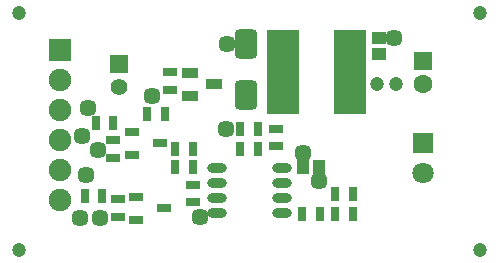
<source format=gts>
G04*
G04 #@! TF.GenerationSoftware,Altium Limited,Altium Designer,18.1.1 (9)*
G04*
G04 Layer_Color=8388736*
%FSLAX42Y42*%
%MOMM*%
G71*
G01*
G75*
%ADD10R,1.40X0.90*%
%ADD11R,1.20X0.80*%
%ADD12R,2.80X7.20*%
%ADD13R,1.15X0.80*%
%ADD14R,1.20X1.00*%
%ADD15R,0.80X1.15*%
G04:AMPARAMS|DCode=16|XSize=2.47mm|YSize=1.85mm|CornerRadius=0.35mm|HoleSize=0mm|Usage=FLASHONLY|Rotation=90.000|XOffset=0mm|YOffset=0mm|HoleType=Round|Shape=RoundedRectangle|*
%AMROUNDEDRECTD16*
21,1,2.47,1.16,0,0,90.0*
21,1,1.78,1.85,0,0,90.0*
1,1,0.70,0.58,0.89*
1,1,0.70,0.58,-0.89*
1,1,0.70,-0.58,-0.89*
1,1,0.70,-0.58,0.89*
%
%ADD16ROUNDEDRECTD16*%
%ADD17R,1.00X1.20*%
%ADD18O,1.65X0.80*%
%ADD19C,1.20*%
%ADD20C,1.40*%
%ADD21R,1.60X1.60*%
%ADD22C,1.60*%
%ADD23C,1.80*%
%ADD24R,1.80X1.80*%
%ADD25R,1.90X1.90*%
%ADD26C,1.90*%
%ADD27C,1.20*%
%ADD28C,1.45*%
D10*
X1348Y1395D02*
D03*
Y1205D02*
D03*
X1552Y1300D02*
D03*
D11*
X1130Y250D02*
D03*
X890Y155D02*
D03*
Y345D02*
D03*
X1095Y800D02*
D03*
X855Y705D02*
D03*
Y895D02*
D03*
D12*
X2700Y1400D02*
D03*
X2138D02*
D03*
D13*
X1175D02*
D03*
Y1250D02*
D03*
X700Y825D02*
D03*
Y675D02*
D03*
X1375Y300D02*
D03*
Y450D02*
D03*
X2075Y775D02*
D03*
Y925D02*
D03*
X740Y175D02*
D03*
Y325D02*
D03*
D14*
X2950Y1692D02*
D03*
Y1557D02*
D03*
D15*
X1135Y1050D02*
D03*
X985D02*
D03*
X700Y975D02*
D03*
X550D02*
D03*
X1375Y600D02*
D03*
X1225D02*
D03*
X2300Y200D02*
D03*
X2450D02*
D03*
X1925Y750D02*
D03*
X1775D02*
D03*
X1225D02*
D03*
X1375D02*
D03*
X1925Y925D02*
D03*
X1775D02*
D03*
X2725Y200D02*
D03*
X2575D02*
D03*
X2725Y375D02*
D03*
X2575D02*
D03*
X605Y350D02*
D03*
X455D02*
D03*
D16*
X1825Y1642D02*
D03*
Y1209D02*
D03*
D17*
X2308Y600D02*
D03*
X2442D02*
D03*
D18*
X2123Y210D02*
D03*
Y337D02*
D03*
Y464D02*
D03*
Y591D02*
D03*
X1577Y210D02*
D03*
Y337D02*
D03*
Y464D02*
D03*
Y591D02*
D03*
D19*
X3800Y-100D02*
D03*
Y1900D02*
D03*
X-100D02*
D03*
Y-100D02*
D03*
D20*
X750Y1275D02*
D03*
D21*
Y1475D02*
D03*
X3325Y1500D02*
D03*
D22*
Y1300D02*
D03*
D23*
Y550D02*
D03*
D24*
Y804D02*
D03*
D25*
X250Y1587D02*
D03*
D26*
Y1333D02*
D03*
Y1079D02*
D03*
Y825D02*
D03*
Y571D02*
D03*
Y317D02*
D03*
D27*
X3090Y1300D02*
D03*
X2930D02*
D03*
D28*
X590Y170D02*
D03*
X470Y530D02*
D03*
X420Y170D02*
D03*
X430Y860D02*
D03*
X483Y1100D02*
D03*
X1030Y1205D02*
D03*
X570Y740D02*
D03*
X1430Y180D02*
D03*
X3075Y1692D02*
D03*
X2442Y482D02*
D03*
X1650Y925D02*
D03*
X1658Y1642D02*
D03*
X2308Y718D02*
D03*
M02*

</source>
